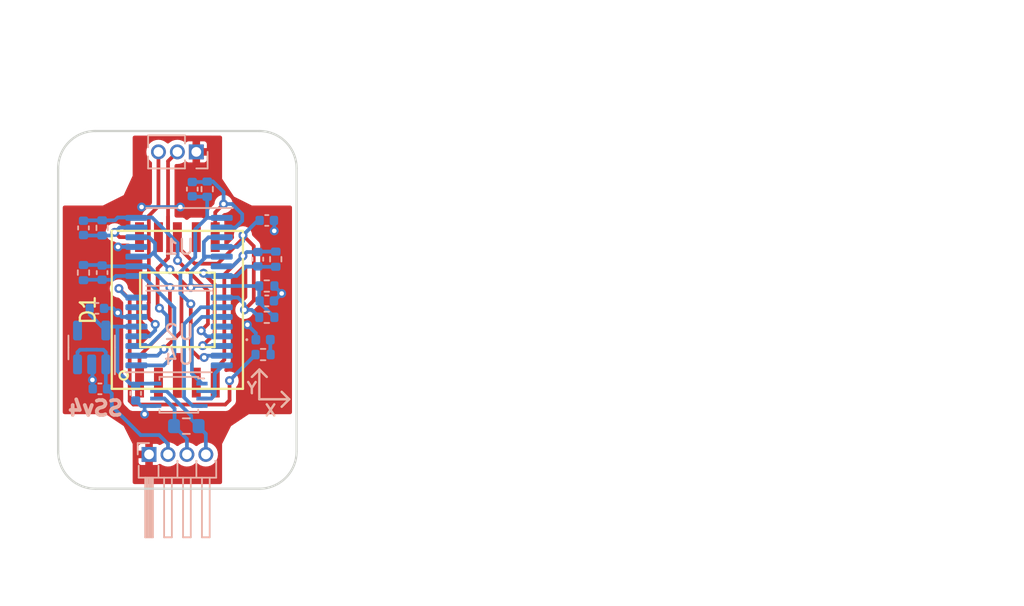
<source format=kicad_pcb>
(kicad_pcb (version 20211014) (generator pcbnew)
  (title_block (title "PSD Sun Sensor") (date "2022-12-08") (rev "v4") (company "Aalto University") (comment 1 "Petri Niemelä"))
  (layers (0 "F.Cu" signal) (31 "B.Cu" signal) (34 "B.Paste" user) (35 "F.Paste" user) (36 "B.SilkS" user "B.Silkscreen") (37 "F.SilkS" user "F.Silkscreen") (38 "B.Mask" user) (39 "F.Mask" user) (44 "Edge.Cuts" user))
  (net 0 "")
  (net 1 "+3V3")
  (net 2 "GND")
  (net 3 "/VX1")
  (net 4 "Net-(C3-Pad2)")
  (net 5 "Net-(C4-Pad2)")
  (net 6 "/VX2")
  (net 7 "/VY1")
  (net 8 "Net-(C5-Pad2)")
  (net 9 "Net-(C6-Pad2)")
  (net 10 "/VY2")
  (net 11 "/Vopamp")
  (net 14 "/VIN")
  (net 16 "Net-(D2-Pad2)")
  (net 17 "/LED")
  (net 18 "/~{RST}")
  (net 19 "/TEST")
  (net 20 "/DATA-")
  (net 21 "/DATA+")
  (net 22 "/TX")
  (net 23 "/RX")
  (net 24 "/DE")
  (net 27 "/V_ref")
  (footprint "MountingHole:MountingHole_2.2mm_M2" (layer "F.Cu") (at 144.5 109.5)
    (fp_text reference "MH4" hide)
    (fp_text value "MountingHole")
    (pad "" np_thru_hole circle (at 0 0) (size 2.2 2.2) (drill 2.2) (layers *.Cu *.Mask))
  )
  (footprint "MountingHole:MountingHole_2.2mm_M2" (layer "F.Cu") (at 155.5 90.5)
    (fp_text reference "MH2" hide)
    (fp_text value "MountingHole")
    (pad "" np_thru_hole circle (at 0 0) (size 2.2 2.2) (drill 2.2) (layers *.Cu *.Mask))
  )
  (footprint "MountingHole:MountingHole_2.2mm_M2" (layer "F.Cu") (at 155.5 109.5)
    (fp_text reference "MH3" hide)
    (fp_text value "MountingHole")
    (pad "" np_thru_hole circle (at 0 0) (size 2.2 2.2) (drill 2.2) (layers *.Cu *.Mask))
  )
  (footprint "MountingHole:MountingHole_2.2mm_M2" (layer "F.Cu") (at 144.5 90.5)
    (fp_text reference "MH1" hide)
    (fp_text value "MountingHole")
    (pad "" np_thru_hole circle (at 0 0) (size 2.2 2.2) (drill 2.2) (layers *.Cu *.Mask))
  )
  (footprint "Foresail:Hamatsu_S5980" (layer "F.Cu") (at 150 100)
    (fp_text reference "D1" (at -6 0 90) (layer "F.SilkS"))
    (fp_text value "Hamamatsu S5990-01")
    (fp_line (start 2.5 2.5) (end -2.5 2.5) (layer "F.SilkS") (width 0.15))
    (fp_line (start 4.4 -5.3) (end 4.4 5.3) (layer "F.SilkS") (width 0.15))
    (fp_line (start -2.5 -2.5) (end 2.5 -2.5) (layer "F.SilkS") (width 0.15))
    (fp_line (start -2.5 2.5) (end -2.5 -2.5) (layer "F.SilkS") (width 0.15))
    (fp_line (start 4.4 5.3) (end -4.4 5.3) (layer "F.SilkS") (width 0.15))
    (fp_line (start -4.4 5.3) (end -4.4 -5.3) (layer "F.SilkS") (width 0.15))
    (fp_line (start -4.4 -5.3) (end 4.4 -5.3) (layer "F.SilkS") (width 0.15))
    (fp_line (start 2.5 -2.5) (end 2.5 2.5) (layer "F.SilkS") (width 0.15))
    (fp_circle (center -3.6 4.4) (end -3.317157 4.4) (layer "F.SilkS") (width 0.15) (fill none))
    (pad "1" smd rect locked (at -2.54 4.88) (size 0.6 2) (layers "F.Cu" "F.Paste" "F.Mask") (net 9 "Net-(C6-Pad2)"))
    (pad "2" smd rect locked (at -1.27 4.88) (size 0.6 2) (layers "F.Cu" "F.Paste" "F.Mask"))
    (pad "3" smd rect locked (at 0 4.4) (size 0.6 3) (layers "F.Cu" "F.Paste" "F.Mask"))
    (pad "4" smd rect locked (at 1.27 4.88) (size 0.6 2) (layers "F.Cu" "F.Paste" "F.Mask"))
    (pad "5" smd rect locked (at 2.54 4.88) (size 0.6 2) (layers "F.Cu" "F.Paste" "F.Mask") (net 5 "Net-(C4-Pad2)"))
    (pad "6" smd rect locked (at 2.54 -4.88) (size 0.6 2) (layers "F.Cu" "F.Paste" "F.Mask") (net 8 "Net-(C5-Pad2)"))
    (pad "7" smd rect locked (at 1.27 -4.88) (size 0.6 2) (layers "F.Cu" "F.Paste" "F.Mask"))
    (pad "8" smd rect locked (at 0 -4.88) (size 0.6 2) (layers "F.Cu" "F.Paste" "F.Mask") (net 11 "/Vopamp"))
    (pad "9" smd rect locked (at -1.27 -4.88) (size 0.6 2) (layers "F.Cu" "F.Paste" "F.Mask"))
    (pad "10" smd rect locked (at -2.54 -4.88) (size 0.6 2) (layers "F.Cu" "F.Paste" "F.Mask") (net 4 "Net-(C3-Pad2)"))
  )
  (footprint "Capacitor_SMD:C_0402_1005Metric" (layer "B.Cu") (at 156 94 180)
    (fp_text reference "C1")
    (fp_text value "10n")
    (fp_line (start -0.107836 0.36) (end 0.107836 0.36) (layer "B.SilkS") (width 0.12))
    (fp_line (start -0.107836 -0.36) (end 0.107836 -0.36) (layer "B.SilkS") (width 0.12))
    (pad "1" smd roundrect (at -0.48 0 180) (size 0.56 0.62) (layers "B.Cu" "B.Paste" "B.Mask") (net 2 "GND"))
    (pad "2" smd roundrect (at 0.48 0 180) (size 0.56 0.62) (layers "B.Cu" "B.Paste" "B.Mask") (net 11 "/Vopamp"))
  )
  (footprint "Resistor_SMD:R_0402_1005Metric" (layer "B.Cu") (at 143.7 97.5 90)
    (fp_text reference "R4")
    (fp_text value "9k1")
    (fp_line (start -0.153641 0.38) (end 0.153641 0.38) (layer "B.SilkS") (width 0.12))
    (fp_line (start -0.153641 -0.38) (end 0.153641 -0.38) (layer "B.SilkS") (width 0.12))
    (pad "1" smd roundrect (at -0.51 0 90) (size 0.54 0.64) (layers "B.Cu" "B.Paste" "B.Mask") (net 10 "/VY2"))
    (pad "2" smd roundrect (at 0.51 0 90) (size 0.54 0.64) (layers "B.Cu" "B.Paste" "B.Mask") (net 9 "Net-(C6-Pad2)"))
  )
  (footprint "Capacitor_SMD:C_0402_1005Metric" (layer "B.Cu") (at 143.7 94.5 -90)
    (fp_text reference "C3")
    (fp_text value "470n")
    (fp_line (start -0.107836 0.36) (end 0.107836 0.36) (layer "B.SilkS") (width 0.12))
    (fp_line (start -0.107836 -0.36) (end 0.107836 -0.36) (layer "B.SilkS") (width 0.12))
    (pad "1" smd roundrect (at -0.48 0 270) (size 0.56 0.62) (layers "B.Cu" "B.Paste" "B.Mask") (net 3 "/VX1"))
    (pad "2" smd roundrect (at 0.48 0 270) (size 0.56 0.62) (layers "B.Cu" "B.Paste" "B.Mask") (net 4 "Net-(C3-Pad2)"))
  )
  (footprint "Capacitor_SMD:C_0402_1005Metric" (layer "B.Cu") (at 144.95 97.5 90)
    (fp_text reference "C6")
    (fp_text value "470n")
    (fp_line (start -0.107836 0.36) (end 0.107836 0.36) (layer "B.SilkS") (width 0.12))
    (fp_line (start -0.107836 -0.36) (end 0.107836 -0.36) (layer "B.SilkS") (width 0.12))
    (pad "1" smd roundrect (at -0.48 0 90) (size 0.56 0.62) (layers "B.Cu" "B.Paste" "B.Mask") (net 10 "/VY2"))
    (pad "2" smd roundrect (at 0.48 0 90) (size 0.56 0.62) (layers "B.Cu" "B.Paste" "B.Mask") (net 9 "Net-(C6-Pad2)"))
  )
  (footprint "Resistor_SMD:R_0402_1005Metric" (layer "B.Cu") (at 144.95 94.5 -90)
    (fp_text reference "R1")
    (fp_text value "9k1")
    (fp_line (start -0.153641 0.38) (end 0.153641 0.38) (layer "B.SilkS") (width 0.12))
    (fp_line (start -0.153641 -0.38) (end 0.153641 -0.38) (layer "B.SilkS") (width 0.12))
    (pad "1" smd roundrect (at -0.51 0 270) (size 0.54 0.64) (layers "B.Cu" "B.Paste" "B.Mask") (net 3 "/VX1"))
    (pad "2" smd roundrect (at 0.51 0 270) (size 0.54 0.64) (layers "B.Cu" "B.Paste" "B.Mask") (net 4 "Net-(C3-Pad2)"))
  )
  (footprint "Capacitor_SMD:C_0402_1005Metric" (layer "B.Cu") (at 151 91.9 90)
    (fp_text reference "C5")
    (fp_text value "470n")
    (fp_line (start -0.107836 0.36) (end 0.107836 0.36) (layer "B.SilkS") (width 0.12))
    (fp_line (start -0.107836 -0.36) (end 0.107836 -0.36) (layer "B.SilkS") (width 0.12))
    (pad "1" smd roundrect (at -0.48 0 90) (size 0.56 0.62) (layers "B.Cu" "B.Paste" "B.Mask") (net 7 "/VY1"))
    (pad "2" smd roundrect (at 0.48 0 90) (size 0.56 0.62) (layers "B.Cu" "B.Paste" "B.Mask") (net 8 "Net-(C5-Pad2)"))
  )
  (footprint "LED_SMD:LED_0402_1005Metric" (layer "B.Cu") (at 155.75 102)
    (fp_text reference "D2")
    (fp_text value "YELLOW LED")
    (fp_circle (center -1.09 0) (end -1.04 0) (layer "B.SilkS") (width 0.1) (fill none))
    (pad "1" smd roundrect (at -0.485 0) (size 0.59 0.64) (layers "B.Cu" "B.Paste" "B.Mask") (net 2 "GND"))
    (pad "2" smd roundrect (at 0.485 0) (size 0.59 0.64) (layers "B.Cu" "B.Paste" "B.Mask") (net 16 "Net-(D2-Pad2)"))
  )
  (footprint "Package_TO_SOT_SMD:SOT-23-5" (layer "B.Cu") (at 144.25 102.522 90)
    (fp_text reference "U3")
    (fp_text value "TLV71333P-Q1")
    (fp_line (start 0 1.56) (end -1.8 1.56) (layer "B.SilkS") (width 0.12))
    (fp_line (start 0 -1.56) (end 0.8 -1.56) (layer "B.SilkS") (width 0.12))
    (fp_line (start 0 1.56) (end 0.8 1.56) (layer "B.SilkS") (width 0.12))
    (fp_line (start 0 -1.56) (end -0.8 -1.56) (layer "B.SilkS") (width 0.12))
    (pad "1" smd roundrect (at -1.1375 0.95 90) (size 1.325 0.6) (layers "B.Cu" "B.Paste" "B.Mask") (net 14 "/VIN"))
    (pad "2" smd roundrect (at -1.1375 0 90) (size 1.325 0.6) (layers "B.Cu" "B.Paste" "B.Mask") (net 2 "GND"))
    (pad "3" smd roundrect (at -1.1375 -0.95 90) (size 1.325 0.6) (layers "B.Cu" "B.Paste" "B.Mask") (net 14 "/VIN"))
    (pad "4" smd roundrect (at 1.1375 -0.95 90) (size 1.325 0.6) (layers "B.Cu" "B.Paste" "B.Mask"))
    (pad "5" smd roundrect (at 1.1375 0.95 90) (size 1.325 0.6) (layers "B.Cu" "B.Paste" "B.Mask") (net 1 "+3V3"))
  )
  (footprint "Capacitor_SMD:C_0402_1005Metric" (layer "B.Cu") (at 144.8 105.3)
    (fp_text reference "C2")
    (fp_text value "100n")
    (fp_line (start -0.107836 -0.36) (end 0.107836 -0.36) (layer "B.SilkS") (width 0.12))
    (fp_line (start -0.107836 0.36) (end 0.107836 0.36) (layer "B.SilkS") (width 0.12))
    (pad "1" smd roundrect (at -0.48 0) (size 0.56 0.62) (layers "B.Cu" "B.Paste" "B.Mask") (net 2 "GND"))
    (pad "2" smd roundrect (at 0.48 0) (size 0.56 0.62) (layers "B.Cu" "B.Paste" "B.Mask") (net 14 "/VIN"))
  )
  (footprint "Resistor_SMD:R_0402_1005Metric" (layer "B.Cu") (at 156.6 96.6 90)
    (fp_text reference "R2")
    (fp_text value "9k1")
    (fp_line (start -0.153641 -0.38) (end 0.153641 -0.38) (layer "B.SilkS") (width 0.12))
    (fp_line (start -0.153641 0.38) (end 0.153641 0.38) (layer "B.SilkS") (width 0.12))
    (pad "1" smd roundrect (at -0.51 0 90) (size 0.54 0.64) (layers "B.Cu" "B.Paste" "B.Mask") (net 6 "/VX2"))
    (pad "2" smd roundrect (at 0.51 0 90) (size 0.54 0.64) (layers "B.Cu" "B.Paste" "B.Mask") (net 5 "Net-(C4-Pad2)"))
  )
  (footprint "Package_SO:TSSOP-16_4.4x5mm_P0.65mm" (layer "B.Cu") (at 150.114 101.45)
    (fp_text reference "U2" (at 0 0.05) (layer "B.SilkS") (effects (justify mirror)))
    (fp_text value "MSP430FR2311IPW16")
    (fp_line (start 0 -2.735) (end -2.2 -2.735) (layer "B.SilkS") (width 0.12))
    (fp_line (start 0 2.735) (end -3.6 2.735) (layer "B.SilkS") (width 0.12))
    (fp_line (start 0 2.735) (end 2.2 2.735) (layer "B.SilkS") (width 0.12))
    (fp_line (start 0 -2.735) (end 2.2 -2.735) (layer "B.SilkS") (width 0.12))
    (pad "1" smd roundrect (at -2.8625 2.275) (size 1.475 0.4) (layers "B.Cu" "B.Paste" "B.Mask") (net 10 "/VY2"))
    (pad "2" smd roundrect (at -2.8625 1.625) (size 1.475 0.4) (layers "B.Cu" "B.Paste" "B.Mask") (net 27 "/V_ref"))
    (pad "3" smd roundrect (at -2.8625 0.975) (size 1.475 0.4) (layers "B.Cu" "B.Paste" "B.Mask") (net 19 "/TEST"))
    (pad "4" smd roundrect (at -2.8625 0.325) (size 1.475 0.4) (layers "B.Cu" "B.Paste" "B.Mask") (net 18 "/~{RST}"))
    (pad "5" smd roundrect (at -2.8625 -0.325) (size 1.475 0.4) (layers "B.Cu" "B.Paste" "B.Mask") (net 1 "+3V3"))
    (pad "6" smd roundrect (at -2.8625 -0.975) (size 1.475 0.4) (layers "B.Cu" "B.Paste" "B.Mask") (net 2 "GND"))
    (pad "7" smd roundrect (at -2.8625 -1.625) (size 1.475 0.4) (layers "B.Cu" "B.Paste" "B.Mask"))
    (pad "8" smd roundrect (at -2.8625 -2.275) (size 1.475 0.4) (layers "B.Cu" "B.Paste" "B.Mask") (net 17 "/LED"))
    (pad "9" smd roundrect (at 2.8625 -2.275) (size 1.475 0.4) (layers "B.Cu" "B.Paste" "B.Mask") (net 11 "/Vopamp"))
    (pad "10" smd roundrect (at 2.8625 -1.625) (size 1.475 0.4) (layers "B.Cu" "B.Paste" "B.Mask") (net 22 "/TX"))
    (pad "11" smd roundrect (at 2.8625 -0.975) (size 1.475 0.4) (layers "B.Cu" "B.Paste" "B.Mask") (net 23 "/RX"))
    (pad "12" smd roundrect (at 2.8625 -0.325) (size 1.475 0.4) (layers "B.Cu" "B.Paste" "B.Mask"))
    (pad "13" smd roundrect (at 2.8625 0.325) (size 1.475 0.4) (layers "B.Cu" "B.Paste" "B.Mask") (net 3 "/VX1"))
    (pad "14" smd roundrect (at 2.8625 0.975) (size 1.475 0.4) (layers "B.Cu" "B.Paste" "B.Mask") (net 6 "/VX2"))
    (pad "15" smd roundrect (at 2.8625 1.625) (size 1.475 0.4) (layers "B.Cu" "B.Paste" "B.Mask") (net 7 "/VY1"))
    (pad "16" smd roundrect (at 2.8625 2.275) (size 1.475 0.4) (layers "B.Cu" "B.Paste" "B.Mask") (net 24 "/DE"))
  )
  (footprint "Package_SO:TSSOP-14_4.4x5mm_P0.65mm" (layer "B.Cu") (at 150.114 95.778 180)
    (fp_text reference "U1" (at 0 0 180) (layer "B.SilkS") (effects (justify mirror)))
    (fp_text value "LMV344-Q1")
    (fp_line (start 0 2.61) (end 2.2 2.61) (layer "B.SilkS") (width 0.12))
    (fp_line (start 0 -2.61) (end -2.2 -2.61) (layer "B.SilkS") (width 0.12))
    (fp_line (start 0 -2.61) (end 2.2 -2.61) (layer "B.SilkS") (width 0.12))
    (fp_line (start 0 2.61) (end -3.6 2.61) (layer "B.SilkS") (width 0.12))
    (pad "1" smd roundrect (at -2.8625 1.95 180) (size 1.475 0.4) (layers "B.Cu" "B.Paste" "B.Mask") (net 7 "/VY1"))
    (pad "2" smd roundrect (at -2.8625 1.3 180) (size 1.475 0.4) (layers "B.Cu" "B.Paste" "B.Mask") (net 8 "Net-(C5-Pad2)"))
    (pad "3" smd roundrect (at -2.8625 0.65 180) (size 1.475 0.4) (layers "B.Cu" "B.Paste" "B.Mask") (net 27 "/V_ref"))
    (pad "4" smd roundrect (at -2.8625 0 180) (size 1.475 0.4) (layers "B.Cu" "B.Paste" "B.Mask") (net 11 "/Vopamp"))
    (pad "5" smd roundrect (at -2.8625 -0.65 180) (size 1.475 0.4) (layers "B.Cu" "B.Paste" "B.Mask") (net 27 "/V_ref"))
    (pad "6" smd roundrect (at -2.8625 -1.3 180) (size 1.475 0.4) (layers "B.Cu" "B.Paste" "B.Mask") (net 5 "Net-(C4-Pad2)"))
    (pad "7" smd roundrect (at -2.8625 -1.95 180) (size 1.475 0.4) (layers "B.Cu" "B.Paste" "B.Mask") (net 6 "/VX2"))
    (pad "8" smd roundrect (at 2.8625 -1.95 180) (size 1.475 0.4) (layers "B.Cu" "B.Paste" "B.Mask") (net 10 "/VY2"))
    (pad "9" smd roundrect (at 2.8625 -1.3 180) (size 1.475 0.4) (layers "B.Cu" "B.Paste" "B.Mask") (net 9 "Net-(C6-Pad2)"))
    (pad "10" smd roundrect (at 2.8625 -0.65 180) (size 1.475 0.4) (layers "B.Cu" "B.Paste" "B.Mask") (net 27 "/V_ref"))
    (pad "11" smd roundrect (at 2.8625 0 180) (size 1.475 0.4) (layers "B.Cu" "B.Paste" "B.Mask") (net 2 "GND"))
    (pad "12" smd roundrect (at 2.8625 0.65 180) (size 1.475 0.4) (layers "B.Cu" "B.Paste" "B.Mask") (net 27 "/V_ref"))
    (pad "13" smd roundrect (at 2.8625 1.3 180) (size 1.475 0.4) (layers "B.Cu" "B.Paste" "B.Mask") (net 4 "Net-(C3-Pad2)"))
    (pad "14" smd roundrect (at 2.8625 1.95 180) (size 1.475 0.4) (layers "B.Cu" "B.Paste" "B.Mask") (net 3 "/VX1"))
  )
  (footprint "Resistor_SMD:R_0402_1005Metric" (layer "B.Cu") (at 152 91.9 90)
    (fp_text reference "R3")
    (fp_text value "9k1")
    (fp_line (start -0.153641 0.38) (end 0.153641 0.38) (layer "B.SilkS") (width 0.12))
    (fp_line (start -0.153641 -0.38) (end 0.153641 -0.38) (layer "B.SilkS") (width 0.12))
    (pad "1" smd roundrect (at -0.51 0 90) (size 0.54 0.64) (layers "B.Cu" "B.Paste" "B.Mask") (net 7 "/VY1"))
    (pad "2" smd roundrect (at 0.51 0 90) (size 0.54 0.64) (layers "B.Cu" "B.Paste" "B.Mask") (net 8 "Net-(C5-Pad2)"))
  )
  (footprint "Capacitor_SMD:C_0402_1005Metric" (layer "B.Cu") (at 144.6 99.9 180)
    (fp_text reference "C7")
    (fp_text value "100n")
    (fp_line (start -0.107836 0.36) (end 0.107836 0.36) (layer "B.SilkS") (width 0.12))
    (fp_line (start -0.107836 -0.36) (end 0.107836 -0.36) (layer "B.SilkS") (width 0.12))
    (pad "1" smd roundrect (at -0.48 0 180) (size 0.56 0.62) (layers "B.Cu" "B.Paste" "B.Mask") (net 2 "GND"))
    (pad "2" smd roundrect (at 0.48 0 180) (size 0.56 0.62) (layers "B.Cu" "B.Paste" "B.Mask") (net 1 "+3V3"))
  )
  (footprint "Connector_PinHeader_1.27mm:PinHeader_1x04_P1.27mm_Horizontal" (layer "B.Cu") (at 148.1 109.7 -90)
    (fp_text reference "J2" hide)
    (fp_text value "Conn_01x04")
    (fp_line (start 5.56 -1.01) (end 5.56 -1.53) (layer "B.SilkS") (width 0.12))
    (fp_line (start 1.56 0.695) (end 1.56 -4.505) (layer "B.SilkS") (width 0.12))
    (fp_line (start 1.56 0.26) (end 5.56 0.26) (layer "B.SilkS") (width 0.12))
    (fp_line (start 1.56 -0.16) (end 5.56 -0.16) (layer "B.SilkS") (width 0.12))
    (fp_line (start 1.56 -3.55) (end 5.56 -3.55) (layer "B.SilkS") (width 0.12))
    (fp_line (start -0.76 0) (end -0.76 0.76) (layer "B.SilkS") (width 0.12))
    (fp_line (start 1.56 0.08) (end 5.56 0.08) (layer "B.SilkS") (width 0.12))
    (fp_line (start 0.76 -0.635) (end 1.56 -0.635) (layer "B.SilkS") (width 0.12))
    (fp_line (start 5.56 -2.8) (end 1.56 -2.8) (layer "B.SilkS") (width 0.12))
    (fp_line (start 5.56 0.26) (end 5.56 -0.26) (layer "B.SilkS") (width 0.12))
    (fp_line (start 0.76 0.695) (end 1.56 0.695) (layer "B.SilkS") (width 0.12))
    (fp_line (start 5.56 -1.53) (end 1.56 -1.53) (layer "B.SilkS") (width 0.12))
    (fp_line (start 1.56 0.2) (end 5.56 0.2) (layer "B.SilkS") (width 0.12))
    (fp_line (start 1.56 -2.28) (end 5.56 -2.28) (layer "B.SilkS") (width 0.12))
    (fp_line (start 0.44 -3.159677) (end 0.44 -3.190323) (layer "B.SilkS") (width 0.12))
    (fp_line (start 5.56 -4.07) (end 1.56 -4.07) (layer "B.SilkS") (width 0.12))
    (fp_line (start 0.44 -1.905) (end 1.56 -1.905) (layer "B.SilkS") (width 0.12))
    (fp_line (start 1.56 -4.505) (end 0.44 -4.505) (layer "B.SilkS") (width 0.12))
    (fp_line (start 5.56 -3.55) (end 5.56 -4.07) (layer "B.SilkS") (width 0.12))
    (fp_line (start 0.44 -4.505) (end 0.44 -4.429677) (layer "B.SilkS") (width 0.12))
    (fp_line (start 5.56 -0.26) (end 1.56 -0.26) (layer "B.SilkS") (width 0.12))
    (fp_line (start 0.44 -1.889677) (end 0.44 -1.920323) (layer "B.SilkS") (width 0.12))
    (fp_line (start -0.76 0.76) (end 0 0.76) (layer "B.SilkS") (width 0.12))
    (fp_line (start 5.56 -2.28) (end 5.56 -2.8) (layer "B.SilkS") (width 0.12))
    (fp_line (start 1.56 -0.04) (end 5.56 -0.04) (layer "B.SilkS") (width 0.12))
    (fp_line (start 1.56 -1.01) (end 5.56 -1.01) (layer "B.SilkS") (width 0.12))
    (fp_line (start 0.44 -3.175) (end 1.56 -3.175) (layer "B.SilkS") (width 0.12))
    (pad "1" thru_hole rect (at 0 0 270) (size 1 1) (drill 0.65) (layers *.Cu *.Mask) (net 2 "GND"))
    (pad "2" thru_hole oval (at 0 -1.27 270) (size 1 1) (drill 0.65) (layers *.Cu *.Mask) (net 14 "/VIN"))
    (pad "3" thru_hole oval (at 0 -2.54 270) (size 1 1) (drill 0.65) (layers *.Cu *.Mask) (net 21 "/DATA+"))
    (pad "4" thru_hole oval (at 0 -3.81 270) (size 1 1) (drill 0.65) (layers *.Cu *.Mask) (net 20 "/DATA-"))
  )
  (footprint "Connector_PinHeader_1.27mm:PinHeader_1x03_P1.27mm_Vertical" (layer "B.Cu") (at 151.27 89.4 90)
    (fp_text reference "J1" hide)
    (fp_text value "Conn_01x03")
    (fp_line (start -1.11 -3.235) (end -0.30753 -3.235) (layer "B.SilkS") (width 0.12))
    (fp_line (start 0.30753 -3.235) (end 1.11 -3.235) (layer "B.SilkS") (width 0.12))
    (fp_line (start -1.11 0.76) (end 0 0.76) (layer "B.SilkS") (width 0.12))
    (fp_line (start 1.11 -0.76) (end 1.11 -3.235) (layer "B.SilkS") (width 0.12))
    (fp_line (start -1.11 0) (end -1.11 0.76) (layer "B.SilkS") (width 0.12))
    (fp_line (start 0.563471 -0.76) (end 1.11 -0.76) (layer "B.SilkS") (width 0.12))
    (fp_line (start -1.11 -0.76) (end -0.563471 -0.76) (layer "B.SilkS") (width 0.12))
    (fp_line (start -1.11 -0.76) (end -1.11 -3.235) (layer "B.SilkS") (width 0.12))
    (pad "1" thru_hole rect (at 0 0 90) (size 1 1) (drill 0.65) (layers *.Cu *.Mask) (net 2 "GND"))
    (pad "2" thru_hole oval (at 0 -1.27 90) (size 1 1) (drill 0.65) (layers *.Cu *.Mask) (net 19 "/TEST"))
    (pad "3" thru_hole oval (at 0 -2.54 90) (size 1 1) (drill 0.65) (layers *.Cu *.Mask) (net 18 "/~{RST}"))
  )
  (footprint "Capacitor_SMD:C_0402_1005Metric" (layer "B.Cu") (at 155.4 96.6 90)
    (fp_text reference "C4")
    (fp_text value "470n")
    (fp_line (start -0.107836 0.36) (end 0.107836 0.36) (layer "B.SilkS") (width 0.12))
    (fp_line (start -0.107836 -0.36) (end 0.107836 -0.36) (layer "B.SilkS") (width 0.12))
    (pad "1" smd roundrect (at -0.48 0 90) (size 0.56 0.62) (layers "B.Cu" "B.Paste" "B.Mask") (net 6 "/VX2"))
    (pad "2" smd roundrect (at 0.48 0 90) (size 0.56 0.62) (layers "B.Cu" "B.Paste" "B.Mask") (net 5 "Net-(C4-Pad2)"))
  )
  (footprint "Resistor_SMD:R_0402_1005Metric" (layer "B.Cu") (at 155.75 103)
    (fp_text reference "R5")
    (fp_text value "1k")
    (fp_line (start -0.153641 0.38) (end 0.153641 0.38) (layer "B.SilkS") (width 0.12))
    (fp_line (start -0.153641 -0.38) (end 0.153641 -0.38) (layer "B.SilkS") (width 0.12))
    (pad "1" smd roundrect (at -0.51 0) (size 0.54 0.64) (layers "B.Cu" "B.Paste" "B.Mask") (net 17 "/LED"))
    (pad "2" smd roundrect (at 0.51 0) (size 0.54 0.64) (layers "B.Cu" "B.Paste" "B.Mask") (net 16 "Net-(D2-Pad2)"))
  )
  (footprint "Package_SO:VSSOP-8_2.4x2.1mm_P0.5mm" (layer "B.Cu") (at 150.1 105.7 180)
    (fp_text reference "U4" (at 0 2.54) (layer "B.SilkS") (effects (justify mirror)))
    (fp_text value "SN65HVD1471DGK")
    (fp_line (start -1.3 1.1) (end -1.7 1.1) (layer "B.SilkS") (width 0.12))
    (fp_line (start 1.3 1) (end 1.3 1.2) (layer "B.SilkS") (width 0.12))
    (fp_line (start -1.3 -1.2) (end -1.3 -1) (layer "B.SilkS") (width 0.12))
    (fp_line (start 1.3 -1.2) (end 1.3 -1) (layer "B.SilkS") (width 0.12))
    (fp_line (start -1.3 -1.2) (end 1.3 -1.2) (layer "B.SilkS") (width 0.12))
    (fp_line (start 1.3 1.2) (end -1.3 1.2) (layer "B.SilkS") (width 0.12))
    (fp_line (start -1.3 1.2) (end -1.3 1.1) (layer "B.SilkS") (width 0.12))
    (pad "1" smd rect (at -1.55 0.75 180) (size 0.75 0.25) (layers "B.Cu" "B.Paste" "B.Mask") (net 23 "/RX"))
    (pad "2" smd rect (at -1.55 0.25 180) (size 0.75 0.25) (layers "B.Cu" "B.Paste" "B.Mask") (net 24 "/DE"))
    (pad "3" smd rect (at -1.55 -0.25 180) (size 0.75 0.25) (layers "B.Cu" "B.Paste" "B.Mask") (net 24 "/DE"))
    (pad "4" smd rect (at -1.55 -0.75 180) (size 0.75 0.25) (layers "B.Cu" "B.Paste" "B.Mask") (net 22 "/TX"))
    (pad "5" smd rect (at 1.55 -0.75 180) (size 0.75 0.25) (layers "B.Cu" "B.Paste" "B.Mask") (net 2 "GND"))
    (pad "6" smd rect (at 1.55 -0.25 180) (size 0.75 0.25) (layers "B.Cu" "B.Paste" "B.Mask") (net 21 "/DATA+"))
    (pad "7" smd rect (at 1.55 0.25 180) (size 0.75 0.25) (layers "B.Cu" "B.Paste" "B.Mask") (net 20 "/DATA-"))
    (pad "8" smd rect (at 1.55 0.75 180) (size 0.75 0.25) (layers "B.Cu" "B.Paste" "B.Mask") (net 1 "+3V3"))
  )
  (footprint "Resistor_SMD:R_0603_1608Metric" (layer "B.Cu") (at 150.6 107.8 180)
    (fp_text reference "R6")
    (fp_text value "1k")
    (fp_line (start -0.237258 -0.5225) (end 0.237258 -0.5225) (layer "B.SilkS") (width 0.12))
    (fp_line (start -0.237258 0.5225) (end 0.237258 0.5225) (layer "B.SilkS") (width 0.12))
    (pad "1" smd roundrect (at -0.825 0 180) (size 0.8 0.95) (layers "B.Cu" "B.Paste" "B.Mask") (net 20 "/DATA-"))
    (pad "2" smd roundrect (at 0.825 0 180) (size 0.8 0.95) (layers "B.Cu" "B.Paste" "B.Mask") (net 21 "/DATA+"))
  )
  (footprint "Resistor_SMD:R_0402_1005Metric" (layer "B.Cu") (at 156 98.4)
    (fp_text reference "R8")
    (fp_text value "9k1")
    (fp_line (start -0.153641 0.38) (end 0.153641 0.38) (layer "B.SilkS") (width 0.12))
    (fp_line (start -0.153641 -0.38) (end 0.153641 -0.38) (layer "B.SilkS") (width 0.12))
    (pad "1" smd roundrect (at -0.51 0) (size 0.54 0.64) (layers "B.Cu" "B.Paste" "B.Mask") (net 27 "/V_ref"))
    (pad "2" smd roundrect (at 0.51 0) (size 0.54 0.64) (layers "B.Cu" "B.Paste" "B.Mask") (net 2 "GND"))
  )
  (footprint "Resistor_SMD:R_0402_1005Metric" (layer "B.Cu") (at 156 100.5)
    (fp_text reference "R7")
    (fp_text value "9k1")
    (fp_line (start -0.153641 -0.38) (end 0.153641 -0.38) (layer "B.SilkS") (width 0.12))
    (fp_line (start -0.153641 0.38) (end 0.153641 0.38) (layer "B.SilkS") (width 0.12))
    (pad "1" smd roundrect (at -0.51 0) (size 0.54 0.64) (layers "B.Cu" "B.Paste" "B.Mask") (net 11 "/Vopamp"))
    (pad "2" smd roundrect (at 0.51 0) (size 0.54 0.64) (layers "B.Cu" "B.Paste" "B.Mask") (net 27 "/V_ref"))
  )
  (footprint "Capacitor_SMD:C_0402_1005Metric" (layer "B.Cu") (at 156 99.4 180)
    (fp_text reference "C9")
    (fp_text value "100n")
    (fp_line (start -0.107836 -0.36) (end 0.107836 -0.36) (layer "B.SilkS") (width 0.12))
    (fp_line (start -0.107836 0.36) (end 0.107836 0.36) (layer "B.SilkS") (width 0.12))
    (pad "1" smd roundrect (at -0.48 0 180) (size 0.56 0.62) (layers "B.Cu" "B.Paste" "B.Mask") (net 2 "GND"))
    (pad "2" smd roundrect (at 0.48 0 180) (size 0.56 0.62) (layers "B.Cu" "B.Paste" "B.Mask") (net 27 "/V_ref"))
  )
  (footprint "Capacitor_SMD:C_0402_1005Metric" (layer "B.Cu") (at 147.2 105.6 90)
    (fp_text reference "C8")
    (fp_text value "100n")
    (fp_line (start -0.107836 0.36) (end 0.107836 0.36) (layer "B.SilkS") (width 0.12))
    (fp_line (start -0.107836 -0.36) (end 0.107836 -0.36) (layer "B.SilkS") (width 0.12))
    (pad "1" smd roundrect (at -0.48 0 90) (size 0.56 0.62) (layers "B.Cu" "B.Paste" "B.Mask") (net 2 "GND"))
    (pad "2" smd roundrect (at 0.48 0 90) (size 0.56 0.62) (layers "B.Cu" "B.Paste" "B.Mask") (net 1 "+3V3"))
  )
  (gr_line (start 155.5 104) (end 156 104.5) (layer "B.SilkS") (width 0.15))
  (gr_line (start 157.5 106) (end 157 106.5) (layer "B.SilkS") (width 0.15))
  (gr_line (start 155.5 106) (end 155.5 104) (layer "B.SilkS") (width 0.15))
  (gr_line (start 155.5 104) (end 155 104.5) (layer "B.SilkS") (width 0.15))
  (gr_line (start 157.5 106) (end 157 105.5) (layer "B.SilkS") (width 0.15))
  (gr_line (start 155.5 106) (end 157.5 106) (layer "B.SilkS") (width 0.15))
  (gr_line (start 155.5 106) (end 157.5 106) (layer "F.SilkS") (width 0.15))
  (gr_line (start 155.5 104) (end 155.5 106) (layer "F.SilkS") (width 0.15))
  (gr_line (start 155 104.5) (end 155.5 104) (layer "F.SilkS") (width 0.15))
  (gr_line (start 156 104.5) (end 155.5 104) (layer "F.SilkS") (width 0.15))
  (gr_line (start 157.5 106) (end 157 105.5) (layer "F.SilkS") (width 0.15))
  (gr_line (start 157.5 106) (end 157 106.5) (layer "F.SilkS") (width 0.15))
  (gr_line (start 144.5 88) (end 155.5 88) (layer "Edge.Cuts") (width 0.15))
  (gr_line (start 158 90.5) (end 158 109.5) (layer "Edge.Cuts") (width 0.15))
  (gr_line (start 142 109.5) (end 142 90.5) (layer "Edge.Cuts") (width 0.15))
  (gr_arc (start 158 109.5) (mid 157.267767 111.267767) (end 155.5 112) (layer "Edge.Cuts") (width 0.15))
  (gr_arc (start 144.5 112) (mid 142.732233 111.267767) (end 142 109.5) (layer "Edge.Cuts") (width 0.15))
  (gr_line (start 155.5 112) (end 144.5 112) (layer "Edge.Cuts") (width 0.15))
  (gr_arc (start 142 90.5) (mid 142.732233 88.732233) (end 144.5 88) (layer "Edge.Cuts") (width 0.15))
  (gr_arc (start 155.5 88) (mid 157.267767 88.732233) (end 158 90.5) (layer "Edge.Cuts") (width 0.15))
  (gr_text "Y" (at 155 105.25) (layer "B.SilkS") (effects (font (size 0.75 0.75)) (justify mirror)))
  (gr_text "X" (at 156.25 106.75) (layer "B.SilkS") (effects (font (size 0.75 0.75)) (justify mirror)))
  (gr_text "SSv4" (at 144.5 106.6) (layer "B.SilkS") (effects (font (size 1 1) (thickness 0.25)) (justify mirror)))
  (gr_text "X" (at 156.25 106.75) (layer "F.SilkS") (effects (font (size 0.75 0.75))))
  (gr_text "Y" (at 155 105.25) (layer "F.SilkS") (effects (font (size 0.75 0.75))))
  (segment (start 144.12 100.3045) (end 144.12 99.9) (width 0.25) (layer "B.Cu") (net 1))
  (segment (start 145.975 102.886) (end 145.975 101.690685) (width 0.25) (layer "B.Cu") (net 1))
  (segment (start 146.828998 104.95) (end 145.975 104.096002) (width 0.25) (layer "B.Cu") (net 1))
  (segment (start 145.975 101.125) (end 144.9405 101.125) (width 0.25) (layer "B.Cu") (net 1))
  (segment (start 145.975 101.690685) (end 145.975 101.125) (width 0.25) (layer "B.Cu") (net 1))
  (segment (start 147.164 101.125) (end 145.975 101.125) (width 0.25) (layer "B.Cu") (net 1))
  (segment (start 148.55 104.95) (end 147.05 104.95) (width 0.25) (layer "B.Cu") (net 1))
  (segment (start 145.975 104.096002) (end 145.975 102.886) (width 0.25) (layer "B.Cu") (net 1))
  (segment (start 147.2 105.12) (end 147.2 105.1) (width 0.25) (layer "B.Cu") (net 1))
  (segment (start 148.8 104.95) (end 148.55 104.95) (width 0.25) (layer "B.Cu") (net 1))
  (segment (start 144.9405 101.125) (end 144.12 100.3045) (width 0.25) (layer "B.Cu") (net 1))
  (segment (start 147.2 105.1) (end 147.05 104.95) (width 0.25) (layer "B.Cu") (net 1))
  (segment (start 147.05 104.95) (end 146.828998 104.95) (width 0.25) (layer "B.Cu") (net 1))
  (segment (start 151.07 88.45) (end 148 88.45) (width 0.25) (layer "F.Cu") (net 2))
  (segment (start 151.27 89.4) (end 151.27 88.65) (width 0.25) (layer "F.Cu") (net 2))
  (segment (start 151.07 88.45) (end 152.25 88.45) (width 0.25) (layer "F.Cu") (net 2))
  (segment (start 151.27 88.65) (end 151.07 88.45) (width 0.25) (layer "F.Cu") (net 2))
  (via (at 147.6 93.1) (size 0.6) (drill 0.3) (layers "F.Cu" "B.Cu") (net 2))
  (via (at 156.5 94.7) (size 0.6) (drill 0.3) (layers "F.Cu" "B.Cu") (net 2))
  (via (at 147.8 107) (size 0.6) (drill 0.3) (layers "F.Cu" "B.Cu") (net 2))
  (via (at 157 98.9) (size 0.6) (drill 0.3) (layers "F.Cu" "B.Cu") (net 2))
  (via (at 144.3 104.7) (size 0.6) (drill 0.3) (layers "F.Cu" "B.Cu") (net 2))
  (via (at 146 100.2) (size 0.6) (drill 0.3) (layers "F.Cu" "B.Cu") (net 2))
  (via (at 150.2 93.1) (size 0.6) (drill 0.3) (layers "F.Cu" "B.Cu") (net 2))
  (via (at 154.7 101) (size 0.6) (drill 0.3) (layers "F.Cu" "B.Cu") (net 2))
  (via (at 146.015472 95.778001) (size 0.6) (drill 0.3) (layers "F.Cu" "B.Cu") (net 2))
  (segment (start 156.51 98.41) (end 157 98.9) (width 0.25) (layer "B.Cu") (net 2))
  (segment (start 156.48 99.4) (end 156.5 99.4) (width 0.25) (layer "B.Cu") (net 2))
  (segment (start 156.5 94.7) (end 156.5 94.02) (width 0.25) (layer "B.Cu") (net 2))
  (segment (start 155.265 102) (end 155.265 101.565) (width 0.25) (layer "B.Cu") (net 2))
  (segment (start 146.015473 95.778) (end 146.015472 95.778001) (width 0.25) (layer "B.Cu") (net 2))
  (segment (start 144.3 103.672) (end 144.3 104.7) (width 0.25) (layer "B.Cu") (net 2))
  (segment (start 144.32 104.72) (end 144.3 104.7) (width 0.25) (layer "B.Cu") (net 2))
  (segment (start 144.25 103.622) (end 144.3 103.672) (width 0.25) (layer "B.Cu") (net 2))
  (segment (start 147.8 107) (end 147.8 106.5) (width 0.25) (layer "B.Cu") (net 2))
  (segment (start 147.164 100.475) (end 146.275 100.475) (width 0.25) (layer "B.Cu") (net 2))
  (segment (start 145.7 99.9) (end 146 100.2) (width 0.25) (layer "B.Cu") (net 2))
  (segment (start 147.57 106.45) (end 147.2 106.08) (width 0.25) (layer "B.Cu") (net 2))
  (segment (start 156.51 98.4) (end 156.51 98.41) (width 0.25) (layer "B.Cu") (net 2))
  (segment (start 147.164 95.778) (end 146.015473 95.778) (width 0.25) (layer "B.Cu") (net 2))
  (segment (start 147.6 93.1) (end 150.2 93.1) (width 0.25) (layer "B.Cu") (net 2))
  (segment (start 147.8 106.5) (end 147.85 106.45) (width 0.25) (layer "B.Cu") (net 2))
  (segment (start 148.55 106.45) (end 147.85 106.45) (width 0.25) (layer "B.Cu") (net 2))
  (segment (start 156.5 99.4) (end 157 98.9) (width 0.25) (layer "B.Cu") (net 2))
  (segment (start 144.32 105.3) (end 144.32 104.72) (width 0.25) (layer "B.Cu") (net 2))
  (segment (start 156.5 94.02) (end 156.48 94) (width 0.25) (layer "B.Cu") (net 2))
  (segment (start 145.08 99.9) (end 145.7 99.9) (width 0.25) (layer "B.Cu") (net 2))
  (segment (start 155.265 101.565) (end 154.7 101) (width 0.25) (layer "B.Cu") (net 2))
  (segment (start 147.85 106.45) (end 147.57 106.45) (width 0.25) (layer "B.Cu") (net 2))
  (segment (start 146.275 100.475) (end 146 100.2) (width 0.25) (layer "B.Cu") (net 2))
  (segment (start 152.050499 100.949501) (end 151.6 101.4) (width 0.25) (layer "F.Cu") (net 3))
  (segment (start 150.014385 96.687944) (end 152.050499 98.724058) (width 0.25) (layer "F.Cu") (net 3))
  (segment (start 152.050499 98.724058) (end 152.050499 100.949501) (width 0.25) (layer "F.Cu") (net 3))
  (via (at 151.6 101.4) (size 0.6) (drill 0.3) (layers "F.Cu" "B.Cu") (net 3))
  (via (at 150.014385 96.687944) (size 0.6) (drill 0.3) (layers "F.Cu" "B.Cu") (net 3))
  (segment (start 152.9765 101.775) (end 151.975 101.775) (width 0.25) (layer "B.Cu") (net 3))
  (segment (start 143.73 93.99) (end 145.81 93.99) (width 0.25) (layer "B.Cu") (net 3))
  (segment (start 145.81 93.99) (end 146 93.8) (width 0.25) (layer "B.Cu") (net 3))
  (segment (start 146 93.8) (end 148.3 93.8) (width 0.25) (layer "B.Cu") (net 3))
  (segment (start 143.7 94.02) (end 143.73 93.99) (width 0.25) (layer "B.Cu") (net 3))
  (segment (start 150.014385 95.514385) (end 150.014385 96.687944) (width 0.25) (layer "B.Cu") (net 3))
  (segment (start 148.3 93.8) (end 150.014385 95.514385) (width 0.25) (layer "B.Cu") (net 3))
  (segment (start 151.975 101.775) (end 151.6 101.4) (width 0.25) (layer "B.Cu") (net 3))
  (segment (start 147.46 95.12) (end 146.12 95.12) (width 0.25) (layer "F.Cu") (net 4))
  (segment (start 146.12 95.12) (end 145.8 94.8) (width 0.25) (layer "F.Cu") (net 4))
  (via (at 145.8 94.8) (size 0.6) (drill 0.3) (layers "F.Cu" "B.Cu") (net 4))
  (segment (start 145.59 95.01) (end 143.73 95.01) (width 0.25) (layer "B.Cu") (net 4))
  (segment (start 146.122 94.478) (end 145.59 95.01) (width 0.25) (layer "B.Cu") (net 4))
  (segment (start 147.164 94.478) (end 146.122 94.478) (width 0.25) (layer "B.Cu") (net 4))
  (segment (start 143.73 95.01) (end 143.7 94.98) (width 0.25) (layer "B.Cu") (net 4))
  (segment (start 152.54 104.88) (end 152.54 103.96) (width 0.25) (layer "F.Cu") (net 5))
  (segment (start 152.54 103.96) (end 153.149501 103.350499) (width 0.25) (layer "F.Cu") (net 5))
  (segment (start 153.149501 103.350499) (end 153.149501 97.631828) (width 0.25) (layer "F.Cu") (net 5))
  (segment (start 153.149501 97.631828) (end 154.397333 96.383996) (width 0.25) (layer "F.Cu") (net 5))
  (via (at 154.397333 96.383996) (size 0.6) (drill 0.3) (layers "F.Cu" "B.Cu") (net 5))
  (segment (start 153.703329 97.078) (end 154.397333 96.383996) (width 0.25) (layer "B.Cu") (net 5))
  (segment (start 155.4 96.12) (end 154.661329 96.12) (width 0.25) (layer "B.Cu") (net 5))
  (segment (start 153.064 97.078) (end 153.703329 97.078) (width 0.25) (layer "B.Cu") (net 5))
  (segment (start 156.6 96.09) (end 155.43 96.09) (width 0.25) (layer "B.Cu") (net 5))
  (segment (start 155.43 96.09) (end 155.4 96.12) (width 0.25) (layer "B.Cu") (net 5))
  (segment (start 154.661329 96.12) (end 154.397333 96.383996) (width 0.25) (layer "B.Cu") (net 5))
  (segment (start 151.7 102.4) (end 151.700565 102.4) (width 0.25) (layer "F.Cu") (net 6))
  (segment (start 152.5 101.600565) (end 152.5 98.290382) (width 0.25) (layer "F.Cu") (net 6))
  (segment (start 151.700565 102.4) (end 152.5 101.600565) (width 0.25) (layer "F.Cu") (net 6))
  (segment (start 152.5 98.290382) (end 151.754809 97.545191) (width 0.25) (layer "F.Cu") (net 6))
  (via (at 151.754809 97.545191) (size 0.6) (drill 0.3) (layers "F.Cu" "B.Cu") (net 6))
  (via (at 151.7 102.4) (size 0.6) (drill 0.3) (layers "F.Cu" "B.Cu") (net 6))
  (segment (start 154.6 97.1) (end 155.38 97.1) (width 0.25) (layer "B.Cu") (net 6))
  (segment (start 151.725 102.425) (end 151.7 102.4) (width 0.25) (layer "B.Cu") (net 6))
  (segment (start 155.38 97.1) (end 155.4 97.08) (width 0.25) (layer "B.Cu") (net 6))
  (segment (start 153.972 97.728) (end 154.6 97.1) (width 0.25) (layer "B.Cu") (net 6))
  (segment (start 152.9765 97.728) (end 153.972 97.728) (width 0.25) (layer "B.Cu") (net 6))
  (segment (start 155.43 97.11) (end 155.4 97.08) (width 0.25) (layer "B.Cu") (net 6))
  (segment (start 152.9765 102.425) (end 151.725 102.425) (width 0.25) (layer "B.Cu") (net 6))
  (segment (start 156.6 97.11) (end 155.43 97.11) (width 0.25) (layer "B.Cu") (net 6))
  (segment (start 152.9765 97.728) (end 151.937618 97.728) (width 0.25) (layer "B.Cu") (net 6))
  (segment (start 151.937618 97.728) (end 151.754809 97.545191) (width 0.25) (layer "B.Cu") (net 6))
  (segment (start 151.427811 103.193496) (end 150.9 102.665685) (width 0.25) (layer "F.Cu") (net 7))
  (segment (start 151.797818 103.193496) (end 151.427811 103.193496) (width 0.25) (layer "F.Cu") (net 7))
  (segment (start 150.9 102.665685) (end 150.9 99.6) (width 0.25) (layer "F.Cu") (net 7))
  (via (at 150.9 99.6) (size 0.6) (drill 0.3) (layers "F.Cu" "B.Cu") (net 7))
  (via (at 151.797818 103.193496) (size 0.6) (drill 0.3) (layers "F.Cu" "B.Cu") (net 7))
  (segment (start 153.064 103.075) (end 151.916314 103.075) (width 0.25) (layer "B.Cu") (net 7))
  (segment (start 151.916314 103.075) (end 151.797818 103.193496) (width 0.25) (layer "B.Cu") (net 7))
  (segment (start 150.2 98.9) (end 150.9 99.6) (width 0.25) (layer "B.Cu") (net 7))
  (segment (start 151.03 92.41) (end 151 92.38) (width 0.25) (layer "B.Cu") (net 7))
  (segment (start 151.2 94.6) (end 151.2 96.46431) (width 0.25) (layer "B.Cu") (net 7))
  (segment (start 150.2 97.46431) (end 150.2 98.9) (width 0.25) (layer "B.Cu") (net 7))
  (segment (start 152.9765 93.828) (end 152.172 93.828) (width 0.25) (layer "B.Cu") (net 7))
  (segment (start 151.972 93.828) (end 151.2 94.6) (width 0.25) (layer "B.Cu") (net 7))
  (segment (start 151.2 96.46431) (end 150.2 97.46431) (width 0.25) (layer "B.Cu") (net 7))
  (segment (start 152 93.8) (end 152 92.41) (width 0.25) (layer "B.Cu") (net 7))
  (segment (start 153.064 93.828) (end 151.972 93.828) (width 0.25) (layer "B.Cu") (net 7))
  (segment (start 152 92.41) (end 151.03 92.41) (width 0.25) (layer "B.Cu") (net 7))
  (segment (start 152.54 95.12) (end 152.54 95.11) (width 0.25) (layer "F.Cu") (net 8))
  (segment (start 152.54 95.12) (end 152.54 93.46) (width 0.25) (layer "F.Cu") (net 8))
  (segment (start 152.54 93.46) (end 153.1 92.9) (width 0.25) (layer "F.Cu") (net 8))
  (via (at 153.1 92.9) (size 0.6) (drill 0.3) (layers "F.Cu" "B.Cu") (net 8))
  (segment (start 153.671002 92.9) (end 153.1 92.9) (width 0.25) (layer "B.Cu") (net 8))
  (segment (start 153.1 92.9) (end 153.1 92.1) (width 0.25) (layer "B.Cu") (net 8))
  (segment (start 151.97 91.42) (end 152 91.39) (width 0.25) (layer "B.Cu") (net 8))
  (segment (start 153.064 94.478) (end 153.897402 94.478) (width 0.25) (layer "B.Cu") (net 8))
  (segment (start 154.35 93.578998) (end 153.671002 92.9) (width 0.25) (layer "B.Cu") (net 8))
  (segment (start 154.35 94.025402) (end 154.35 93.578998) (width 0.25) (layer "B.Cu") (net 8))
  (segment (start 153.897402 94.478) (end 154.35 94.025402) (width 0.25) (layer "B.Cu") (net 8))
  (segment (start 153.1 92.1) (end 152.39 91.39) (width 0.25) (layer "B.Cu") (net 8))
  (segment (start 152.39 91.39) (end 152 91.39) (width 0.25) (layer "B.Cu") (net 8))
  (segment (start 151 91.42) (end 151.97 91.42) (width 0.25) (layer "B.Cu") (net 8))
  (segment (start 147.46 104.18) (end 147.574 104.066) (width 0.25) (layer "F.Cu") (net 9))
  (segment (start 147.46 103.09153) (end 149.5 101.05153) (width 0.25) (layer "F.Cu") (net 9))
  (segment (start 147.46 104.88) (end 147.46 103.09153) (width 0.25) (layer "F.Cu") (net 9))
  (segment (start 147.46 104.88) (end 147.46 104.18) (width 0.25) (layer "F.Cu") (net 9))
  (segment (start 149.5 101.05153) (end 149.5 98.5) (width 0.25) (layer "F.Cu") (net 9))
  (via (at 149.5 98.5) (size 0.6) (drill 0.3) (layers "F.Cu" "B.Cu") (net 9))
  (segment (start 144.92 96.99) (end 143.7 96.99) (width 0.25) (layer "B.Cu") (net 9))
  (segment (start 144.95 97.02) (end 145.008 97.078) (width 0.25) (layer "B.Cu") (net 9))
  (segment (start 144.95 97.02) (end 144.92 96.99) (width 0.25) (layer "B.Cu") (net 9))
  (segment (start 145.008 97.078) (end 148.078 97.078) (width 0.25) (layer "B.Cu") (net 9))
  (segment (start 148.078 97.078) (end 149.5 98.5) (width 0.25) (layer "B.Cu") (net 9))
  (segment (start 147.664 97.728) (end 145.872 97.728) (width 0.25) (layer "B.Cu") (net 10))
  (segment (start 147.164 103.725) (end 149.086252 103.725) (width 0.25) (layer "B.Cu") (net 10))
  (segment (start 145.872 97.728) (end 145.62 97.98) (width 0.25) (layer "B.Cu") (net 10))
  (segment (start 149.8 99.864) (end 147.664 97.728) (width 0.25) (layer "B.Cu") (net 10))
  (segment (start 143.73 97.98) (end 143.7 98.01) (width 0.25) (layer "B.Cu") (net 10))
  (segment (start 149.8 103.011252) (end 149.8 99.864) (width 0.25) (layer "B.Cu") (net 10))
  (segment (start 144.95 97.98) (end 143.73 97.98) (width 0.25) (layer "B.Cu") (net 10))
  (segment (start 149.086252 103.725) (end 149.8 103.011252) (width 0.25) (layer "B.Cu") (net 10))
  (segment (start 145.62 97.98) (end 144.95 97.98) (width 0.25) (layer "B.Cu") (net 10))
  (segment (start 155.125004 95.725004) (end 155.125004 99.374996) (width 0.25) (layer "F.Cu") (net 11))
  (segment (start 155.125004 99.374996) (end 154.5 100) (width 0.25) (layer "F.Cu") (net 11))
  (segment (start 150 95.735002) (end 151.164998 96.9) (width 0.25) (layer "F.Cu") (net 11))
  (segment (start 154.4 95) (end 155.125004 95.725004) (width 0.25) (layer "F.Cu") (net 11))
  (segment (start 151.164998 96.9) (end 152.710002 96.9) (width 0.25) (layer "F.Cu") (net 11))
  (segment (start 150 95.12) (end 150 95.735002) (width 0.25) (layer "F.Cu") (net 11))
  (segment (start 154.4 95.210002) (end 154.4 95) (width 0.25) (layer "F.Cu") (net 11))
  (segment (start 152.710002 96.9) (end 154.4 95.210002) (width 0.25) (layer "F.Cu") (net 11))
  (via (at 154.4 95) (size 0.6) (drill 0.3) (layers "F.Cu" "B.Cu") (net 11))
  (via (at 154.5 100) (size 0.6) (drill 0.3) (layers "F.Cu" "B.Cu") (net 11))
  (segment (start 154.064 99.175) (end 154.5 99.611) (width 0.25) (layer "B.Cu") (net 11))
  (segment (start 153.064 99.175) (end 154.064 99.175) (width 0.25) (layer "B.Cu") (net 11))
  (segment (start 155.49 100.5) (end 154.99 100) (width 0.25) (layer "B.Cu") (net 11))
  (segment (start 154.4 95) (end 155.4 94) (width 0.25) (layer "B.Cu") (net 11))
  (segment (start 154.022 95.778) (end 154.4 95.4) (width 0.25) (layer "B.Cu") (net 11))
  (segment (start 155.4 94) (end 155.52 94) (width 0.25) (layer "B.Cu") (net 11))
  (segment (start 154.4 95.4) (end 154.4 95) (width 0.25) (layer "B.Cu") (net 11))
  (segment (start 153.064 95.778) (end 154.022 95.778) (width 0.25) (layer "B.Cu") (net 11))
  (segment (start 154.5 99.611) (end 154.5 100) (width 0.25) (layer "B.Cu") (net 11))
  (segment (start 154.99 100) (end 154.5 100) (width 0.25) (layer "B.Cu") (net 11))
  (segment (start 143.903249 102.672) (end 144.596751 102.672) (width 0.25) (layer "B.Cu") (net 14))
  (segment (start 148.777106 108.4) (end 147.539998 108.4) (width 0.25) (layer "B.Cu") (net 14))
  (segment (start 145.6 106.460002) (end 145.6 105.62) (width 0.25) (layer "B.Cu") (net 14))
  (segment (start 143.3 102.842) (end 143.464 102.678) (width 0.25) (layer "B.Cu") (net 14))
  (segment (start 149.37 108.992894) (end 148.777106 108.4) (width 0.25) (layer "B.Cu") (net 14))
  (segment (start 145.6 105.62) (end 145.28 105.3) (width 0.25) (layer "B.Cu") (net 14))
  (segment (start 145.036 102.678) (end 145.2 102.842) (width 0.25) (layer "B.Cu") (net 14))
  (segment (start 145.2 102.842) (end 145.2 105.0775) (width 0.25) (layer "B.Cu") (net 14))
  (segment (start 149.37 109.7) (end 149.37 108.992894) (width 0.25) (layer "B.Cu") (net 14))
  (segment (start 143.3 103.622) (end 143.3 102.842) (width 0.25) (layer "B.Cu") (net 14))
  (segment (start 144.602751 102.678) (end 145.036 102.678) (width 0.25) (layer "B.Cu") (net 14))
  (segment (start 143.464 102.678) (end 143.897249 102.678) (width 0.25) (layer "B.Cu") (net 14))
  (segment (start 144.596751 102.672) (end 144.602751 102.678) (width 0.25) (layer "B.Cu") (net 14))
  (segment (start 147.539998 108.4) (end 145.6 106.460002) (width 0.25) (layer "B.Cu") (net 14))
  (segment (start 143.897249 102.678) (end 143.903249 102.672) (width 0.25) (layer "B.Cu") (net 14))
  (segment (start 156.235 102.975) (end 156.26 103) (width 0.25) (layer "B.Cu") (net 16))
  (segment (start 156.235 102) (end 156.235 102.975) (width 0.25) (layer "B.Cu") (net 16))
  (segment (start 153.5 106.065685) (end 153.5 104.75) (width 0.25) (layer "F.Cu") (net 17))
  (segment (start 153.213184 106.352501) (end 153.5 106.065685) (width 0.25) (layer "F.Cu") (net 17))
  (segment (start 147.047499 106.352501) (end 153.213184 106.352501) (width 0.25) (layer "F.Cu") (net 17))
  (segment (start 146.8 106.105002) (end 147.047499 106.352501) (width 0.25) (layer "F.Cu") (net 17))
  (segment (start 146.07499 98.56954) (end 146.8 99.29455) (width 0.25) (layer "F.Cu") (net 17))
  (segment (start 146.8 99.29455) (end 146.8 106.105002) (width 0.25) (layer "F.Cu") (net 17))
  (via (at 153.5 104.75) (size 0.6) (drill 0.3) (layers "F.Cu" "B.Cu") (net 17))
  (via (at 146.07499 98.56954) (size 0.6) (drill 0.3) (layers "F.Cu" "B.Cu") (net 17))
  (segment (start 146.07499 98.61099) (end 146.07499 98.56954) (width 0.25) (layer "B.Cu") (net 17))
  (segment (start 147.164 99.175) (end 146.639 99.175) (width 0.25) (layer "B.Cu") (net 17))
  (segment (start 147.164 99.175) (end 147.164 99.151565) (width 0.25) (layer "B.Cu") (net 17))
  (segment (start 146.639 99.175) (end 146.07499 98.61099) (width 0.25) (layer "B.Cu") (net 17))
  (segment (start 155.24 103) (end 155.24 103.01) (width 0.25) (layer "B.Cu") (net 17))
  (segment (start 155.24 103.01) (end 153.5 104.75) (width 0.25) (layer "B.Cu") (net 17))
  (segment (start 148.73 93.045) (end 148.085001 93.689999) (width 0.25) (layer "F.Cu") (net 18))
  (segment (start 148.114013 100.57234) (end 148.514012 100.972339) (width 0.25) (layer "F.Cu") (net 18))
  (segment (start 148.73 89.5) (end 148.73 93.045) (width 0.25) (layer "F.Cu") (net 18))
  (segment (start 148.069867 100.528194) (end 148.114013 100.57234) (width 0.25) (layer "F.Cu") (net 18))
  (segment (start 148.085001 99.521052) (end 148.069867 99.536186) (width 0.25) (layer "F.Cu") (net 18))
  (segment (start 148.085001 93.689999) (end 148.085001 99.521052) (width 0.25) (layer "F.Cu") (net 18))
  (segment (start 148.069867 99.536186) (end 148.069867 100.528194) (width 0.25) (layer "F.Cu") (net 18))
  (via (at 148.514012 100.972339) (size 0.6) (drill 0.3) (layers "F.Cu" "B.Cu") (net 18))
  (segment (start 148.115585 101.775) (end 148.514012 101.376573) (width 0.25) (layer "B.Cu") (net 18))
  (segment (start 148.514012 101.376573) (end 148.514012 100.972339) (width 0.25) (layer "B.Cu") (net 18))
  (segment (start 147.164 101.775) (end 148.115585 101.775) (width 0.25) (layer "B.Cu") (net 18))
  (segment (start 149.375 94.925) (end 149.375 93.75) (width 0.25) (layer "F.Cu") (net 19))
  (segment (start 149.375 96.2) (end 149.375 96.375) (width 0.25) (layer "F.Cu") (net 19))
  (segment (start 148.6755 97.2245) (end 148.6755 99.764819) (width 0.25) (layer "F.Cu") (net 19))
  (segment (start 149.375 96.2) (end 149.375 96.025) (width 0.25) (layer "F.Cu") (net 19))
  (segment (start 149.375 96.525) (end 148.6755 97.2245) (width 0.25) (layer "F.Cu") (net 19))
  (segment (start 149.375 90.025) (end 150 89.4) (width 0.25) (layer "F.Cu") (net 19))
  (segment (start 149.375 96.025) (end 149.375 96.360002) (width 0.25) (layer "F.Cu") (net 19))
  (segment (start 149.375 94.925) (end 149.375 90.025) (width 0.25) (layer "F.Cu") (net 19))
  (segment (start 149.375 96.360002) (end 149.375 96.525) (width 0.25) (layer "F.Cu") (net 19))
  (segment (start 149.375 96.025) (end 149.375 94.925) (width 0.25) (layer "F.Cu") (net 19))
  (segment (start 148.6755 99.764819) (end 148.794869 99.884188) (width 0.25) (layer "F.Cu") (net 19))
  (via (at 148.794869 99.884188) (size 0.6) (drill 0.3) (layers "F.Cu" "B.Cu") (net 19))
  (segment (start 147.164 102.425) (end 148.101996 102.425) (width 0.25) (layer "B.Cu") (net 19))
  (segment (start 148.101996 102.425) (end 149.3 101.226996) (width 0.25) (layer "B.Cu") (net 19))
  (segment (start 149.3 101.226996) (end 149.3 100.389319) (width 0.25) (layer "B.Cu") (net 19))
  (segment (start 149.3 100.389319) (end 148.794869 99.884188) (width 0.25) (layer "B.Cu") (net 19))
  (segment (start 149.175 105.45) (end 148.55 105.45) (width 0.25) (layer "B.Cu") (net 20))
  (segment (start 151.3875 107.8) (end 150.925888 107.338388) (width 0.25) (layer "B.Cu") (net 20))
  (segment (start 150.925888 107.104475) (end 149.271413 105.45) (width 0.25) (layer "B.Cu") (net 20))
  (segment (start 151.91 108.3225) (end 151.3875 107.8) (width 0.25) (layer "B.Cu") (net 20))
  (segment (start 151.91 109.7) (end 151.91 108.3225) (width 0.25) (layer "B.Cu") (net 20))
  (segment (start 150.925888 107.338388) (end 150.925888 107.104475) (width 0.25) (layer "B.Cu") (net 20))
  (segment (start 149.271413 105.45) (end 149.175 105.45) (width 0.25) (layer "B.Cu") (net 20))
  (segment (start 150.64 109.7) (end 150.64 108.665) (width 0.25) (layer "B.Cu") (net 21))
  (segment (start 150.64 108.665) (end 149.8125 107.8375) (width 0.25) (layer "B.Cu") (net 21))
  (segment (start 149.8125 107.8375) (end 149.8125 106.627497) (width 0.25) (layer "B.Cu") (net 21))
  (segment (start 149.8125 106.627497) (end 149.135003 105.95) (width 0.25) (layer "B.Cu") (net 21))
  (segment (start 149.135003 105.95) (end 148.55 105.95) (width 0.25) (layer "B.Cu") (net 21))
  (segment (start 150.449989 105.874989) (end 151.025 106.45) (width 0.25) (layer "B.Cu") (net 22))
  (segment (start 153.064 99.825) (end 151.575 99.825) (width 0.25) (layer "B.Cu") (net 22))
  (segment (start 151.575 99.825) (end 150.449989 100.950011) (width 0.25) (layer "B.Cu") (net 22))
  (segment (start 150.449989 100.950011) (end 150.449989 105.874989) (width 0.25) (layer "B.Cu") (net 22))
  (segment (start 151.025 106.45) (end 151.65 106.45) (width 0.25) (layer "B.Cu") (net 22))
  (segment (start 151.641823 100.475) (end 150.9755 101.141323) (width 0.25) (layer "B.Cu") (net 23))
  (segment (start 150.9755 104.2755) (end 151.65 104.95) (width 0.25) (layer "B.Cu") (net 23))
  (segment (start 153.064 100.475) (end 151.641823 100.475) (width 0.25) (layer "B.Cu") (net 23))
  (segment (start 150.9755 101.141323) (end 150.9755 104.2755) (width 0.25) (layer "B.Cu") (net 23))
  (segment (start 152.275 105.45) (end 152.5125 105.6875) (width 0.25) (layer "B.Cu") (net 24))
  (segment (start 152.5125 105.7125) (end 152.5125 104.2765) (width 0.25) (layer "B.Cu") (net 24))
  (segment (start 152.5125 104.2765) (end 153.064 103.725) (width 0.25) (layer "B.Cu") (net 24))
  (segment (start 152.5125 105.6875) (end 152.5125 105.7125) (width 0.25) (layer "B.Cu") (net 24))
  (segment (start 151.65 105.45) (end 152.275 105.45) (width 0.25) (layer "B.Cu") (net 24))
  (segment (start 151.65 105.95) (end 152.275 105.95) (width 0.25) (layer "B.Cu") (net 24))
  (segment (start 152.275 105.95) (end 152.5125 105.7125) (width 0.25) (layer "B.Cu") (net 24))
  (segment (start 150.3 98.1) (end 150.2755 98.1245) (width 0.25) (layer "F.Cu") (net 27))
  (segment (start 150.3 98.1) (end 149.5 97.3) (width 0.25) (layer "F.Cu") (net 27))
  (segment (start 150.2755 101.462748) (end 149.099998 102.63825) (width 0.25) (layer "F.Cu") (net 27))
  (segment (start 150.7 98.5) (end 150.9 98.5) (width 0.25) (layer "F.Cu") (net 27))
  (segment (start 150.2755 98.1245) (end 150.2755 101.462748) (width 0.25) (layer "F.Cu") (net 27))
  (segment (start 150.3 98.1) (end 150.7 98.5) (width 0.25) (layer "F.Cu") (net 27))
  (via (at 150.9 98.5) (size 0.6) (drill 0.3) (layers "F.Cu" "B.Cu") (net 27))
  (via (at 149.099998 102.63825) (size 0.6) (drill 0.3) (layers "F.Cu" "B.Cu") (net 27))
  (via (at 149.5 97.3) (size 0.6) (drill 0.3) (layers "F.Cu" "B.Cu") (net 27))
  (segment (start 153.064 95.128) (end 152.089 95.128) (width 0.25) (layer "B.Cu") (net 27))
  (segment (start 148.663248 103.075) (end 149.099998 102.63825) (width 0.25) (layer "B.Cu") (net 27))
  (segment (start 147.164 96.428) (end 148.122 96.428) (width 0.25) (layer "B.Cu") (net 27))
  (segment (start 147.2515 103.075) (end 148.663248 103.075) (width 0.25) (layer "B.Cu") (net 27))
  (segment (start 151.779021 96.579021) (end 150.9 97.458042) (width 0.25) (layer "B.Cu") (net 27))
  (segment (start 155.49 99.48) (end 155.49 98.4) (width 0.25) (layer "B.Cu") (net 27))
  (segment (start 151.779021 95.437979) (end 152.089 95.128) (width 0.25) (layer "B.Cu") (net 27))
  (segment (start 155.49 98.4) (end 151 98.4) (width 0.25) (layer "B.Cu") (net 27))
  (segment (start 151 98.4) (end 150.9 98.5) (width 0.25) (layer "B.Cu") (net 27))
  (segment (start 153.064 96.428) (end 151.930042 96.428) (width 0.25) (layer "B.Cu") (net 27))
  (segment (start 148.1 95.128) (end 148.5 95.528) (width 0.25) (layer "B.Cu") (net 27))
  (segment (start 156.51 100.5) (end 155.49 99.48) (width 0.25) (layer "B.Cu") (net 27))
  (segment (start 148.122 96.428) (end 148.5 96.05) (width 0.25) (layer "B.Cu") (net 27))
  (segment (start 148.5 95.528) (end 148.5 96.05) (width 0.25) (layer "B.Cu") (net 27))
  (segment (start 151.779021 96.579021) (end 151.779021 95.437979) (width 0.25) (layer "B.Cu") (net 27))
  (segment (start 151.930042 96.428) (end 151.779021 96.579021) (width 0.25) (layer "B.Cu") (net 27))
  (segment (start 148.5 96.05) (end 148.5 96.3) (width 0.25) (layer "B.Cu") (net 27))
  (segment (start 147.164 95.128) (end 148.1 95.128) (width 0.25) (layer "B.Cu") (net 27))
  (segment (start 150.9 97.458042) (end 150.9 98.5) (width 0.25) (layer "B.Cu") (net 27))
  (segment (start 148.5 96.3) (end 149.5 97.3) (width 0.25) (layer "B.Cu") (net 27))
  (zone (net 2) (net_name "GND") (layer "F.Cu") (connect_pads (clearance 0.308)) (min_thickness 0.254) (fill yes (thermal_gap 0.208) (thermal_bridge_width 0.508))
    (polygon (pts (xy 141 107) (xy 141 93) (xy 145 93) (xy 146.4 92.3) (xy 147 91) (xy 147 87) (xy 153 87) (xy 153 91.2) (xy 153.8 92.4) (xy 155 93) (xy 159 93) (xy 159 107) (xy 154.8 107) (xy 153.6 107.8) (xy 153 109) (xy 153 113) (xy 147 113) (xy 147 109) (xy 146.4 107.8) (xy 145.2 107)))
  )
)
</source>
